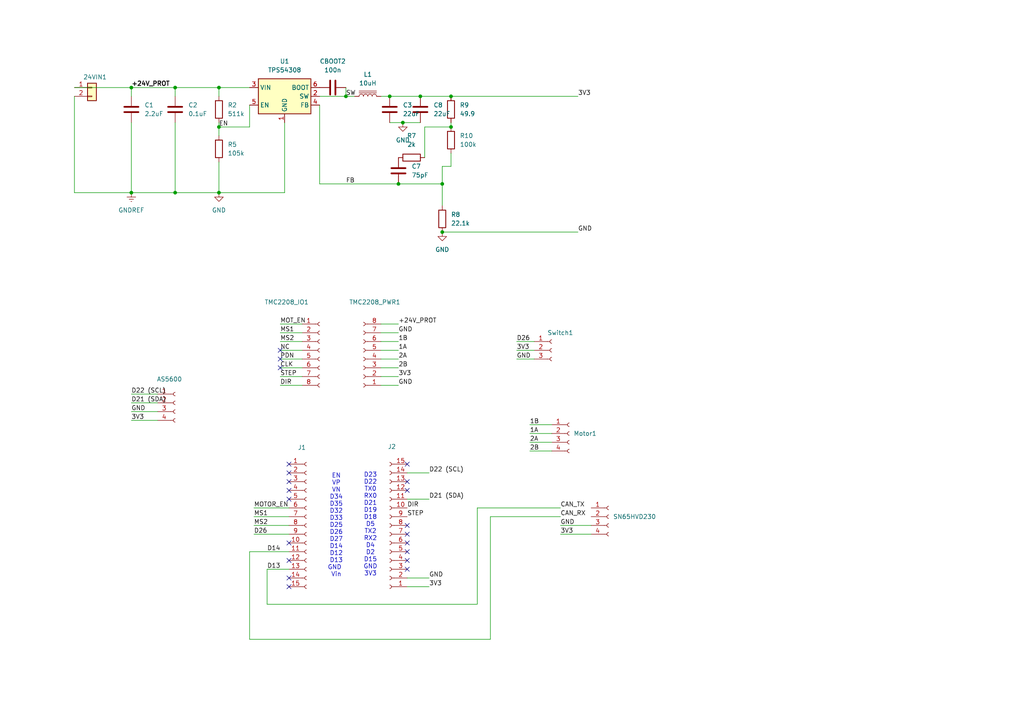
<source format=kicad_sch>
(kicad_sch (version 20250114) (generator "eeschema") (generator_version "9.0")
  (paper "A4")
  (lib_symbols
    (symbol "Connector:Conn_01x03_Socket" (pin_names (offset 1.016) (hide yes))
      (property "Reference" "J" (at 0 5.08 0))
      (property "Value" "Conn_01x03_Socket" (at 0 -5.08 0))
      (symbol "Conn_01x03_Socket_1_1"
        (polyline (pts (xy -1.27 2.54) (xy -0.508 2.54)) (stroke (width 0.1524)))
        (polyline (pts (xy -1.27 0) (xy -0.508 0)) (stroke (width 0.1524)))
        (polyline (pts (xy -1.27 -2.54) (xy -0.508 -2.54)) (stroke (width 0.1524)))
        (arc (start 0 2.032) (mid -0.5058 2.54) (end 0 3.048) (stroke (width 0.1524)))
        (arc (start 0 -0.508) (mid -0.5058 0) (end 0 0.508) (stroke (width 0.1524)))
        (arc (start 0 -3.048) (mid -0.5058 -2.54) (end 0 -2.032) (stroke (width 0.1524)))
        (pin passive line (at -5.08 2.54 0) (length 3.81) (name "Pin_1") (number "1"))
        (pin passive line (at -5.08 0 0) (length 3.81) (name "Pin_2") (number "2"))
        (pin passive line (at -5.08 -2.54 0) (length 3.81) (name "Pin_3") (number "3"))
      )
    )
    (symbol "Connector:Conn_01x04_Socket" (pin_names (offset 1.016) (hide yes))
      (property "Reference" "J" (at 0 5.08 0))
      (property "Value" "Conn_01x04_Socket" (at 0 -7.62 0))
      (symbol "Conn_01x04_Socket_1_1"
        (polyline (pts (xy -1.27 2.54) (xy -0.508 2.54)) (stroke (width 0.1524)))
        (polyline (pts (xy -1.27 0) (xy -0.508 0)) (stroke (width 0.1524)))
        (polyline (pts (xy -1.27 -2.54) (xy -0.508 -2.54)) (stroke (width 0.1524)))
        (polyline (pts (xy -1.27 -5.08) (xy -0.508 -5.08)) (stroke (width 0.1524)))
        (arc (start 0 2.032) (mid -0.5058 2.54) (end 0 3.048) (stroke (width 0.1524)))
        (arc (start 0 -0.508) (mid -0.5058 0) (end 0 0.508) (stroke (width 0.1524)))
        (arc (start 0 -3.048) (mid -0.5058 -2.54) (end 0 -2.032) (stroke (width 0.1524)))
        (arc (start 0 -5.588) (mid -0.5058 -5.08) (end 0 -4.572) (stroke (width 0.1524)))
        (pin passive line (at -5.08 2.54 0) (length 3.81) (name "Pin_1") (number "1"))
        (pin passive line (at -5.08 0 0) (length 3.81) (name "Pin_2") (number "2"))
        (pin passive line (at -5.08 -2.54 0) (length 3.81) (name "Pin_3") (number "3"))
        (pin passive line (at -5.08 -5.08 0) (length 3.81) (name "Pin_4") (number "4"))
      )
    )
    (symbol "Connector:Conn_01x08_Socket" (pin_names (offset 1.016) (hide yes))
      (property "Reference" "J" (at 0 10.16 0))
      (property "Value" "Conn_01x08_Socket" (at 0 -12.7 0))
      (symbol "Conn_01x08_Socket_1_1"
        (polyline (pts (xy -1.27 7.62) (xy -0.508 7.62)) (stroke (width 0.1524)))
        (polyline (pts (xy -1.27 5.08) (xy -0.508 5.08)) (stroke (width 0.1524)))
        (polyline (pts (xy -1.27 2.54) (xy -0.508 2.54)) (stroke (width 0.1524)))
        (polyline (pts (xy -1.27 0) (xy -0.508 0)) (stroke (width 0.1524)))
        (polyline (pts (xy -1.27 -2.54) (xy -0.508 -2.54)) (stroke (width 0.1524)))
        (polyline (pts (xy -1.27 -5.08) (xy -0.508 -5.08)) (stroke (width 0.1524)))
        (polyline (pts (xy -1.27 -7.62) (xy -0.508 -7.62)) (stroke (width 0.1524)))
        (polyline (pts (xy -1.27 -10.16) (xy -0.508 -10.16)) (stroke (width 0.1524)))
        (arc (start 0 7.112) (mid -0.5058 7.62) (end 0 8.128) (stroke (width 0.1524)))
        (arc (start 0 4.572) (mid -0.5058 5.08) (end 0 5.588) (stroke (width 0.1524)))
        (arc (start 0 2.032) (mid -0.5058 2.54) (end 0 3.048) (stroke (width 0.1524)))
        (arc (start 0 -0.508) (mid -0.5058 0) (end 0 0.508) (stroke (width 0.1524)))
        (arc (start 0 -3.048) (mid -0.5058 -2.54) (end 0 -2.032) (stroke (width 0.1524)))
        (arc (start 0 -5.588) (mid -0.5058 -5.08) (end 0 -4.572) (stroke (width 0.1524)))
        (arc (start 0 -8.128) (mid -0.5058 -7.62) (end 0 -7.112) (stroke (width 0.1524)))
        (arc (start 0 -10.668) (mid -0.5058 -10.16) (end 0 -9.652) (stroke (width 0.1524)))
        (pin passive line (at -5.08 7.62 0) (length 3.81) (name "Pin_1") (number "1"))
        (pin passive line (at -5.08 5.08 0) (length 3.81) (name "Pin_2") (number "2"))
        (pin passive line (at -5.08 2.54 0) (length 3.81) (name "Pin_3") (number "3"))
        (pin passive line (at -5.08 0 0) (length 3.81) (name "Pin_4") (number "4"))
        (pin passive line (at -5.08 -2.54 0) (length 3.81) (name "Pin_5") (number "5"))
        (pin passive line (at -5.08 -5.08 0) (length 3.81) (name "Pin_6") (number "6"))
        (pin passive line (at -5.08 -7.62 0) (length 3.81) (name "Pin_7") (number "7"))
        (pin passive line (at -5.08 -10.16 0) (length 3.81) (name "Pin_8") (number "8"))
      )
    )
    (symbol "Connector:Conn_01x15_Socket" (pin_names (offset 1.016) (hide yes))
      (property "Reference" "J" (at 0 20.32 0))
      (property "Value" "Conn_01x15_Socket" (at 0 -20.32 0))
      (symbol "Conn_01x15_Socket_1_1"
        (polyline (pts (xy -1.27 17.78) (xy -0.508 17.78)) (stroke (width 0.1524)))
        (polyline (pts (xy -1.27 15.24) (xy -0.508 15.24)) (stroke (width 0.1524)))
        (polyline (pts (xy -1.27 12.7) (xy -0.508 12.7)) (stroke (width 0.1524)))
        (polyline (pts (xy -1.27 10.16) (xy -0.508 10.16)) (stroke (width 0.1524)))
        (polyline (pts (xy -1.27 7.62) (xy -0.508 7.62)) (stroke (width 0.1524)))
        (polyline (pts (xy -1.27 5.08) (xy -0.508 5.08)) (stroke (width 0.1524)))
        (polyline (pts (xy -1.27 2.54) (xy -0.508 2.54)) (stroke (width 0.1524)))
        (polyline (pts (xy -1.27 0) (xy -0.508 0)) (stroke (width 0.1524)))
        (polyline (pts (xy -1.27 -2.54) (xy -0.508 -2.54)) (stroke (width 0.1524)))
        (polyline (pts (xy -1.27 -5.08) (xy -0.508 -5.08)) (stroke (width 0.1524)))
        (polyline (pts (xy -1.27 -7.62) (xy -0.508 -7.62)) (stroke (width 0.1524)))
        (polyline (pts (xy -1.27 -10.16) (xy -0.508 -10.16)) (stroke (width 0.1524)))
        (polyline (pts (xy -1.27 -12.7) (xy -0.508 -12.7)) (stroke (width 0.1524)))
        (polyline (pts (xy -1.27 -15.24) (xy -0.508 -15.24)) (stroke (width 0.1524)))
        (polyline (pts (xy -1.27 -17.78) (xy -0.508 -17.78)) (stroke (width 0.1524)))
        (arc (start 0 17.272) (mid -0.5058 17.78) (end 0 18.288) (stroke (width 0.1524)))
        (arc (start 0 14.732) (mid -0.5058 15.24) (end 0 15.748) (stroke (width 0.1524)))
        (arc (start 0 12.192) (mid -0.5058 12.7) (end 0 13.208) (stroke (width 0.1524)))
        (arc (start 0 9.652) (mid -0.5058 10.16) (end 0 10.668) (stroke (width 0.1524)))
        (arc (start 0 7.112) (mid -0.5058 7.62) (end 0 8.128) (stroke (width 0.1524)))
        (arc (start 0 4.572) (mid -0.5058 5.08) (end 0 5.588) (stroke (width 0.1524)))
        (arc (start 0 2.032) (mid -0.5058 2.54) (end 0 3.048) (stroke (width 0.1524)))
        (arc (start 0 -0.508) (mid -0.5058 0) (end 0 0.508) (stroke (width 0.1524)))
        (arc (start 0 -3.048) (mid -0.5058 -2.54) (end 0 -2.032) (stroke (width 0.1524)))
        (arc (start 0 -5.588) (mid -0.5058 -5.08) (end 0 -4.572) (stroke (width 0.1524)))
        (arc (start 0 -8.128) (mid -0.5058 -7.62) (end 0 -7.112) (stroke (width 0.1524)))
        (arc (start 0 -10.668) (mid -0.5058 -10.16) (end 0 -9.652) (stroke (width 0.1524)))
        (arc (start 0 -13.208) (mid -0.5058 -12.7) (end 0 -12.192) (stroke (width 0.1524)))
        (arc (start 0 -15.748) (mid -0.5058 -15.24) (end 0 -14.732) (stroke (width 0.1524)))
        (arc (start 0 -18.288) (mid -0.5058 -17.78) (end 0 -17.272) (stroke (width 0.1524)))
        (pin passive line (at -5.08 17.78 0) (length 3.81) (name "Pin_1") (number "1"))
        (pin passive line (at -5.08 15.24 0) (length 3.81) (name "Pin_2") (number "2"))
        (pin passive line (at -5.08 12.7 0) (length 3.81) (name "Pin_3") (number "3"))
        (pin passive line (at -5.08 10.16 0) (length 3.81) (name "Pin_4") (number "4"))
        (pin passive line (at -5.08 7.62 0) (length 3.81) (name "Pin_5") (number "5"))
        (pin passive line (at -5.08 5.08 0) (length 3.81) (name "Pin_6") (number "6"))
        (pin passive line (at -5.08 2.54 0) (length 3.81) (name "Pin_7") (number "7"))
        (pin passive line (at -5.08 0 0) (length 3.81) (name "Pin_8") (number "8"))
        (pin passive line (at -5.08 -2.54 0) (length 3.81) (name "Pin_9") (number "9"))
        (pin passive line (at -5.08 -5.08 0) (length 3.81) (name "Pin_10") (number "10"))
        (pin passive line (at -5.08 -7.62 0) (length 3.81) (name "Pin_11") (number "11"))
        (pin passive line (at -5.08 -10.16 0) (length 3.81) (name "Pin_12") (number "12"))
        (pin passive line (at -5.08 -12.7 0) (length 3.81) (name "Pin_13") (number "13"))
        (pin passive line (at -5.08 -15.24 0) (length 3.81) (name "Pin_14") (number "14"))
        (pin passive line (at -5.08 -17.78 0) (length 3.81) (name "Pin_15") (number "15"))
      )
    )
    (symbol "Connector_Generic:Conn_01x02" (pin_names (offset 1.016) (hide yes))
      (property "Reference" "J" (at 0 2.54 0))
      (property "Value" "Conn_01x02" (at 0 -5.08 0))
      (symbol "Conn_01x02_1_1"
        (rectangle (start -1.27 1.27) (end 1.27 -3.81) (stroke (width 0.254)) (fill (type background)))
        (rectangle (start -1.27 0.127) (end 0 -0.127) (stroke (width 0.1524)))
        (rectangle (start -1.27 -2.413) (end 0 -2.667) (stroke (width 0.1524)))
        (pin passive line (at -5.08 0 0) (length 3.81) (name "Pin_1") (number "1"))
        (pin passive line (at -5.08 -2.54 0) (length 3.81) (name "Pin_2") (number "2"))
      )
    )
    (symbol "Device:C" (pin_numbers (hide yes)) (pin_names (offset 0.254))
      (property "Reference" "C" (at 0.635 2.54 0))
      (property "Value" "C" (at 0.635 -2.54 0))
      (symbol "C_0_1"
        (polyline (pts (xy -2.032 0.762) (xy 2.032 0.762)) (stroke (width 0.508)))
        (polyline (pts (xy -2.032 -0.762) (xy 2.032 -0.762)) (stroke (width 0.508)))
      )
      (symbol "C_1_1"
        (pin passive line (at 0 3.81 270) (length 2.794) (name "~") (number "1"))
        (pin passive line (at 0 -3.81 90) (length 2.794) (name "~") (number "2"))
      )
    )
    (symbol "Device:L_Iron" (pin_numbers (hide yes)) (pin_names (offset 1.016) (hide yes))
      (property "Reference" "L" (at -1.27 0 90))
      (property "Value" "L_Iron" (at 2.794 0 90))
      (symbol "L_Iron_0_1"
        (arc (start 0 2.54) (mid 0.6323 1.905) (end 0 1.27))
        (arc (start 0 1.27) (mid 0.6323 0.635) (end 0 0))
        (arc (start 0 0) (mid 0.6323 -0.635) (end 0 -1.27))
        (arc (start 0 -1.27) (mid 0.6323 -1.905) (end 0 -2.54))
        (polyline (pts (xy 1.016 2.54) (xy 1.016 -2.54)))
        (polyline (pts (xy 1.524 -2.54) (xy 1.524 2.54)))
      )
      (symbol "L_Iron_1_1"
        (pin passive line (at 0 3.81 270) (length 1.27) (name "1") (number "1"))
        (pin passive line (at 0 -3.81 90) (length 1.27) (name "2") (number "2"))
      )
    )
    (symbol "Device:R" (pin_numbers (hide yes)) (pin_names (offset 0))
      (property "Reference" "R" (at 2.032 0 90))
      (property "Value" "R" (at 0 0 90))
      (symbol "R_0_1"
        (rectangle (start -1.016 -2.54) (end 1.016 2.54) (stroke (width 0.254)))
      )
      (symbol "R_1_1"
        (pin passive line (at 0 3.81 270) (length 1.27) (name "~") (number "1"))
        (pin passive line (at 0 -3.81 90) (length 1.27) (name "~") (number "2"))
      )
    )
    (symbol "Regulator_Switching:TPS54308"
      (property "Reference" "U" (at -7.62 6.35 0))
      (property "Value" "TPS54308" (at 0 6.35 0))
      (symbol "TPS54308_0_1"
        (rectangle (start -7.62 5.08) (end 7.62 -5.08) (stroke (width 0.254)) (fill (type background)))
      )
      (symbol "TPS54308_1_1"
        (pin power_in line (at -10.16 2.54 0) (length 2.54) (name "VIN") (number "3"))
        (pin input line (at -10.16 -2.54 0) (length 2.54) (name "EN") (number "5"))
        (pin power_in line (at 0 -7.62 90) (length 2.54) (name "GND") (number "1"))
        (pin passive line (at 10.16 2.54 180) (length 2.54) (name "BOOT") (number "6"))
        (pin power_out line (at 10.16 0 180) (length 2.54) (name "SW") (number "2"))
        (pin input line (at 10.16 -2.54 180) (length 2.54) (name "FB") (number "4"))
      )
    )
    (symbol "power:GND" (power) (pin_numbers (hide yes)) (pin_names (offset 0) (hide yes))
      (property "Value" "GND" (at 0 -3.81 0))
      (symbol "GND_0_1"
        (polyline (pts (xy 0 0) (xy 0 -1.27) (xy 1.27 -1.27) (xy 0 -2.54) (xy -1.27 -1.27) (xy 0 -1.27)))
      )
      (symbol "GND_1_1"
        (pin power_in line (at 0 0 270) (length 0) (name "~") (number "1"))
      )
    )
    (symbol "power:GNDREF" (power) (pin_numbers (hide yes)) (pin_names (offset 0) (hide yes))
      (property "Value" "GNDREF" (at 0 -3.81 0))
      (symbol "GNDREF_0_1"
        (polyline (pts (xy -0.635 -1.905) (xy 0.635 -1.905)))
        (polyline (pts (xy -0.127 -2.54) (xy 0.127 -2.54)))
        (polyline (pts (xy 0 -1.27) (xy 0 0)))
        (polyline (pts (xy 1.27 -1.27) (xy -1.27 -1.27)))
      )
      (symbol "GNDREF_1_1"
        (pin power_in line (at 0 0 270) (length 0) (name "~") (number "1"))
      )
    )
  )
  (text "EN\nVP\nVN\nD34\nD35\nD32\nD33\nD25\nD26\nD27\nD14\nD12\nD13\nGND \nVin" (at 97.536 152.4 0) (effects (font (size 1.27 1.27))))
  (text "D23\nD22\nTX0\nRX0\nD21\nD19\nD18\nD5\nTX2\nRX2\nD4\nD2\nD15\nGND\n3V3\n" (at 107.442 152.146 0) (effects (font (size 1.27 1.27))))
  (junction (at 115.57 53.34))
  (junction (at 100.33 27.94))
  (junction (at 128.27 53.34))
  (junction (at 63.5 55.88))
  (junction (at 63.5 36.83))
  (junction (at 38.1 25.4))
  (junction (at 130.81 36.83))
  (junction (at 50.8 25.4))
  (junction (at 116.84 35.56))
  (junction (at 50.8 55.88))
  (junction (at 113.03 27.94))
  (junction (at 128.27 67.31))
  (junction (at 130.81 27.94))
  (junction (at 121.92 27.94))
  (junction (at 38.1 55.88))
  (junction (at 63.5 25.4))
  (no_connect (at 83.82 157.48))
  (no_connect (at 118.11 162.56))
  (no_connect (at 83.82 139.7))
  (no_connect (at 118.11 142.24))
  (no_connect (at 83.82 142.24))
  (no_connect (at 118.11 154.94))
  (no_connect (at 81.28 104.14))
  (no_connect (at 83.82 170.18))
  (no_connect (at 81.28 101.6))
  (no_connect (at 81.28 106.68))
  (no_connect (at 118.11 157.48))
  (no_connect (at 118.11 160.02))
  (no_connect (at 83.82 134.62))
  (no_connect (at 118.11 134.62))
  (no_connect (at 83.82 167.64))
  (no_connect (at 83.82 137.16))
  (no_connect (at 118.11 152.4))
  (no_connect (at 83.82 144.78))
  (no_connect (at 118.11 139.7))
  (no_connect (at 118.11 165.1))
  (no_connect (at 83.82 162.56))
  (wire (pts (xy 149.86 99.06) (xy 154.94 99.06)))
  (wire (pts (xy 77.47 175.26) (xy 77.47 165.1)))
  (wire (pts (xy 110.49 106.68) (xy 115.57 106.68)))
  (wire (pts (xy 81.28 99.06) (xy 87.63 99.06)))
  (wire (pts (xy 110.49 99.06) (xy 115.57 99.06)))
  (wire (pts (xy 128.27 48.26) (xy 130.81 48.26)))
  (wire (pts (xy 130.81 36.83) (xy 130.81 35.56)))
  (wire (pts (xy 149.86 101.6) (xy 154.94 101.6)))
  (wire (pts (xy 81.28 96.52) (xy 87.63 96.52)))
  (wire (pts (xy 73.66 147.32) (xy 83.82 147.32)))
  (wire (pts (xy 162.56 154.94) (xy 171.45 154.94)))
  (wire (pts (xy 113.03 27.94) (xy 121.92 27.94)))
  (wire (pts (xy 81.28 101.6) (xy 87.63 101.6)))
  (wire (pts (xy 63.5 25.4) (xy 72.39 25.4)))
  (wire (pts (xy 110.49 109.22) (xy 115.57 109.22)))
  (wire (pts (xy 81.28 111.76) (xy 87.63 111.76)))
  (wire (pts (xy 123.19 36.83) (xy 130.81 36.83)))
  (wire (pts (xy 72.39 185.42) (xy 72.39 160.02)))
  (wire (pts (xy 92.71 53.34) (xy 115.57 53.34)))
  (wire (pts (xy 72.39 36.83) (xy 63.5 36.83)))
  (wire (pts (xy 153.67 125.73) (xy 160.02 125.73)))
  (wire (pts (xy 81.28 109.22) (xy 87.63 109.22)))
  (wire (pts (xy 142.24 149.86) (xy 142.24 185.42)))
  (wire (pts (xy 110.49 93.98) (xy 115.57 93.98)))
  (wire (pts (xy 115.57 53.34) (xy 128.27 53.34)))
  (wire (pts (xy 113.03 35.56) (xy 116.84 35.56)))
  (wire (pts (xy 21.59 27.94) (xy 21.59 55.88)))
  (wire (pts (xy 153.67 130.81) (xy 160.02 130.81)))
  (wire (pts (xy 116.84 35.56) (xy 121.92 35.56)))
  (wire (pts (xy 110.49 101.6) (xy 115.57 101.6)))
  (wire (pts (xy 63.5 25.4) (xy 63.5 27.94)))
  (wire (pts (xy 50.8 25.4) (xy 50.8 27.94)))
  (wire (pts (xy 38.1 116.84) (xy 45.72 116.84)))
  (wire (pts (xy 138.43 147.32) (xy 138.43 175.26)))
  (wire (pts (xy 63.5 36.83) (xy 63.5 39.37)))
  (wire (pts (xy 21.59 25.4) (xy 38.1 25.4)))
  (wire (pts (xy 50.8 25.4) (xy 63.5 25.4)))
  (wire (pts (xy 153.67 123.19) (xy 160.02 123.19)))
  (wire (pts (xy 21.59 55.88) (xy 38.1 55.88)))
  (wire (pts (xy 73.66 154.94) (xy 83.82 154.94)))
  (wire (pts (xy 100.33 25.4) (xy 100.33 27.94)))
  (wire (pts (xy 130.81 48.26) (xy 130.81 44.45)))
  (wire (pts (xy 72.39 160.02) (xy 83.82 160.02)))
  (wire (pts (xy 100.33 27.94) (xy 102.87 27.94)))
  (wire (pts (xy 138.43 175.26) (xy 77.47 175.26)))
  (wire (pts (xy 38.1 119.38) (xy 45.72 119.38)))
  (wire (pts (xy 38.1 114.3) (xy 45.72 114.3)))
  (wire (pts (xy 63.5 46.99) (xy 63.5 55.88)))
  (wire (pts (xy 142.24 185.42) (xy 72.39 185.42)))
  (wire (pts (xy 38.1 25.4) (xy 38.1 27.94)))
  (wire (pts (xy 38.1 55.88) (xy 50.8 55.88)))
  (wire (pts (xy 73.66 149.86) (xy 83.82 149.86)))
  (wire (pts (xy 81.28 106.68) (xy 87.63 106.68)))
  (wire (pts (xy 50.8 55.88) (xy 63.5 55.88)))
  (wire (pts (xy 162.56 149.86) (xy 142.24 149.86)))
  (wire (pts (xy 38.1 35.56) (xy 38.1 55.88)))
  (wire (pts (xy 82.55 55.88) (xy 82.55 35.56)))
  (wire (pts (xy 110.49 27.94) (xy 113.03 27.94)))
  (wire (pts (xy 118.11 170.18) (xy 124.46 170.18)))
  (wire (pts (xy 153.67 128.27) (xy 160.02 128.27)))
  (wire (pts (xy 123.19 45.72) (xy 123.19 36.83)))
  (wire (pts (xy 50.8 35.56) (xy 50.8 55.88)))
  (wire (pts (xy 128.27 53.34) (xy 128.27 59.69)))
  (wire (pts (xy 63.5 55.88) (xy 82.55 55.88)))
  (wire (pts (xy 38.1 25.4) (xy 50.8 25.4)))
  (wire (pts (xy 118.11 137.16) (xy 124.46 137.16)))
  (wire (pts (xy 118.11 144.78) (xy 124.46 144.78)))
  (wire (pts (xy 73.66 152.4) (xy 83.82 152.4)))
  (wire (pts (xy 130.81 27.94) (xy 167.64 27.94)))
  (wire (pts (xy 118.11 167.64) (xy 124.46 167.64)))
  (wire (pts (xy 63.5 35.56) (xy 63.5 36.83)))
  (wire (pts (xy 81.28 104.14) (xy 87.63 104.14)))
  (wire (pts (xy 167.64 67.31) (xy 128.27 67.31)))
  (wire (pts (xy 162.56 147.32) (xy 138.43 147.32)))
  (wire (pts (xy 128.27 48.26) (xy 128.27 53.34)))
  (wire (pts (xy 110.49 104.14) (xy 115.57 104.14)))
  (wire (pts (xy 149.86 104.14) (xy 154.94 104.14)))
  (wire (pts (xy 72.39 30.48) (xy 72.39 36.83)))
  (wire (pts (xy 110.49 96.52) (xy 115.57 96.52)))
  (wire (pts (xy 110.49 111.76) (xy 115.57 111.76)))
  (wire (pts (xy 92.71 30.48) (xy 92.71 53.34)))
  (wire (pts (xy 77.47 165.1) (xy 83.82 165.1)))
  (wire (pts (xy 81.28 93.98) (xy 87.63 93.98)))
  (wire (pts (xy 92.71 27.94) (xy 100.33 27.94)))
  (wire (pts (xy 162.56 152.4) (xy 171.45 152.4)))
  (wire (pts (xy 38.1 121.92) (xy 45.72 121.92)))
  (wire (pts (xy 121.92 27.94) (xy 130.81 27.94)))
  (label "CAN_TX" (at 162.56 147.32 0))
  (label "DIR" (at 81.28 111.76 0))
  (label "MS1" (at 73.66 149.86 0))
  (label "CLK" (at 81.28 106.68 0))
  (label "1B" (at 153.67 123.19 0))
  (label "SW" (at 100.33 27.94 0))
  (label "D26" (at 73.66 154.94 0))
  (label "MS1" (at 81.28 96.52 0))
  (label "GND" (at 38.1 119.38 0))
  (label "GND" (at 115.57 96.52 0))
  (label "DIR" (at 118.11 147.32 0))
  (label "1B" (at 115.57 99.06 0))
  (label "D21 (SDA)" (at 38.1 116.84 0))
  (label "3V3" (at 124.46 170.18 0))
  (label "D14" (at 77.47 160.02 0))
  (label "2B" (at 115.57 106.68 0))
  (label "GND" (at 167.64 67.31 0))
  (label "D21 (SDA)" (at 124.46 144.78 0))
  (label "3V3" (at 162.56 154.94 0))
  (label "D26" (at 149.86 99.06 0))
  (label "EN" (at 63.5 36.83 0))
  (label "STEP" (at 81.28 109.22 0))
  (label "GND" (at 115.57 111.76 0))
  (label "+24V_PROT" (at 38.1 25.4 0) (effects (font (thickness 0.254) (bold yes))))
  (label "NC" (at 81.28 101.6 0))
  (label "PDN" (at 81.28 104.14 0))
  (label "STEP" (at 118.11 149.86 0))
  (label "3V3" (at 167.64 27.94 0))
  (label "2A" (at 115.57 104.14 0))
  (label "3V3" (at 38.1 121.92 0))
  (label "3V3" (at 149.86 101.6 0))
  (label "MS2" (at 81.28 99.06 0))
  (label "MS2" (at 73.66 152.4 0))
  (label "D22 (SCL)" (at 38.1 114.3 0))
  (label "+24V_PROT" (at 115.57 93.98 0))
  (label "1A" (at 115.57 101.6 0))
  (label "GND" (at 149.86 104.14 0))
  (label "CAN_RX" (at 162.56 149.86 0))
  (label "2A" (at 153.67 128.27 0))
  (label "D13" (at 77.47 165.1 0))
  (label "2B" (at 153.67 130.81 0))
  (label "GND" (at 124.46 167.64 0))
  (label "MOT_EN" (at 81.28 93.98 0))
  (label "1A" (at 153.67 125.73 0))
  (label "D22 (SCL)" (at 124.46 137.16 0))
  (label "GND" (at 162.56 152.4 0))
  (label "MOTOR_EN" (at 73.66 147.32 0))
  (label "3V3" (at 115.57 109.22 0))
  (label "FB" (at 100.33 53.34 0))
  (symbol (lib_id "Device:R") (at 63.5 31.75 0) (unit 1)
    (property "Reference" "R2" (at 66.04 30.4799 0) (effects (justify left)))
    (property "Value" "511k" (at 66.04 33.0199 0) (effects (justify left)))
    (property "Footprint" "Resistor_SMD:R_0603_1608Metric" (effects (hide yes)))
    (property "Description" "Resistor" (effects (hide yes)))
    (property "JLCPCB Part Number" "C861454" (effects (hide yes)))
  )
  (symbol (lib_id "power:GND") (at 63.5 55.88 0) (unit 1)
    (property "Reference" "#PWR03" (effects (hide yes)))
    (property "Value" "GND" (at 63.5 60.96 0))
    (property "Description" "Power symbol creates a global label with name \"GND\" , ground" (effects (hide yes)))
  )
  (symbol (lib_id "Connector:Conn_01x08_Socket") (at 105.41 104.14 180) (unit 1)
    (property "Reference" "TMC2208_PWR1" (at 108.712 87.63 0))
    (property "Value" "Conn_01x08_Socket" (effects (hide yes)))
    (property "Footprint" "Connector_PinSocket_2.54mm:PinSocket_1x08_P2.54mm_Vertical" (effects (hide yes)))
    (property "Description" "Generic connector, single row, 01x08, script generated" (effects (hide yes)))
    (property "JLCPCB Part Number" "C27438" (effects (hide yes)))
  )
  (symbol (lib_id "Connector_Generic:Conn_01x02") (at 26.67 25.4 0) (unit 1)
    (property "Reference" "24VIN1" (at 24.13 22.352 0) (effects (justify left)))
    (property "Value" "Conn_01x02" (effects (hide yes)))
    (property "Footprint" "TerminalBlock_Phoenix:TerminalBlock_Phoenix_MKDS-1,5-2_1x02_P5.00mm_Horizontal" (effects (hide yes)))
    (property "Description" "Generic connector, single row, 01x02, script generated (kicad-library-utils/schlib/autogen/connector/)" (effects (hide yes)))
    (property "JLCPCB Part Number" "C8465" (effects (hide yes)))
  )
  (symbol (lib_id "Device:C") (at 38.1 31.75 0) (unit 1)
    (property "Reference" "C1" (at 41.91 30.4799 0) (effects (justify left)))
    (property "Value" "2.2uF" (at 41.91 33.0199 0) (effects (justify left)))
    (property "Footprint" "Capacitor_SMD:C_1210_3225Metric" (effects (hide yes)))
    (property "Description" "Unpolarized capacitor" (effects (hide yes)))
    (property "JLCPCB Part Number" "C55151" (effects (hide yes)))
  )
  (symbol (lib_id "Device:R") (at 119.38 45.72 270) (unit 1)
    (property "Reference" "R7" (at 119.38 39.37 90))
    (property "Value" "2k" (at 119.38 41.91 90))
    (property "Footprint" "Resistor_SMD:R_0603_1608Metric" (effects (hide yes)))
    (property "Description" "Resistor" (effects (hide yes)))
    (property "JLCPCB Part Number" "C22975" (effects (hide yes)))
  )
  (symbol (lib_id "Device:C") (at 121.92 31.75 0) (unit 1)
    (property "Reference" "C8" (at 125.73 30.4799 0) (effects (justify left)))
    (property "Value" "22uF" (at 125.73 33.0199 0) (effects (justify left)))
    (property "Footprint" "Capacitor_SMD:C_1210_3225Metric" (effects (hide yes)))
    (property "Description" "Unpolarized capacitor" (effects (hide yes)))
    (property "JLCPCB Part Number" "C309062" (effects (hide yes)))
  )
  (symbol (lib_id "Device:C") (at 50.8 31.75 0) (unit 1)
    (property "Reference" "C2" (at 54.61 30.4799 0) (effects (justify left)))
    (property "Value" "0.1uF" (at 54.61 33.0199 0) (effects (justify left)))
    (property "Footprint" "Capacitor_SMD:C_1210_3225Metric" (effects (hide yes)))
    (property "Description" "Unpolarized capacitor" (effects (hide yes)))
    (property "JLCPCB Part Number" "C527381" (effects (hide yes)))
  )
  (symbol (lib_id "Device:R") (at 63.5 43.18 0) (unit 1)
    (property "Reference" "R5" (at 66.04 41.9099 0) (effects (justify left)))
    (property "Value" "105k" (at 66.04 44.4499 0) (effects (justify left)))
    (property "Footprint" "Resistor_SMD:R_0603_1608Metric" (effects (hide yes)))
    (property "Description" "Resistor" (effects (hide yes)))
    (property "JLCPCB Part Number" "C861072" (effects (hide yes)))
  )
  (symbol (lib_id "Connector:Conn_01x03_Socket") (at 160.02 101.6 0) (unit 1)
    (property "Reference" "Switch1" (at 158.75 96.52 0) (effects (justify left)))
    (property "Value" "Conn_01x03_Socket" (effects (hide yes)))
    (property "Footprint" "Connector_PinSocket_2.54mm:PinSocket_1x03_P2.54mm_Horizontal" (effects (hide yes)))
    (property "Description" "Generic connector, single row, 01x03, script generated" (effects (hide yes)))
    (property "JLCPCB Part Number" "C22373927" (effects (hide yes)))
  )
  (symbol (lib_id "Device:R") (at 130.81 31.75 0) (unit 1)
    (property "Reference" "R9" (at 133.35 30.4799 0) (effects (justify left)))
    (property "Value" "49.9" (at 133.35 33.0199 0) (effects (justify left)))
    (property "Footprint" "Resistor_SMD:R_0603_1608Metric" (effects (hide yes)))
    (property "Description" "Resistor" (effects (hide yes)))
    (property "JLCPCB Part Number" "C23185" (effects (hide yes)))
  )
  (symbol (lib_id "Device:C") (at 115.57 49.53 0) (unit 1)
    (property "Reference" "C7" (at 119.38 48.2599 0) (effects (justify left)))
    (property "Value" "75pF" (at 119.38 50.7999 0) (effects (justify left)))
    (property "Footprint" "Capacitor_SMD:C_0603_1608Metric" (effects (hide yes)))
    (property "Description" "Unpolarized capacitor" (effects (hide yes)))
    (property "JLCPCB Part Number" "C282074" (effects (hide yes)))
  )
  (symbol (lib_id "Connector:Conn_01x15_Socket") (at 88.9 152.4 0) (unit 1)
    (property "Reference" "J1" (at 86.36 129.794 0) (effects (justify left)))
    (property "Value" "Conn_01x15_Socket" (effects (hide yes)))
    (property "Footprint" "Connector_PinSocket_2.54mm:PinSocket_1x15_P2.54mm_Vertical" (effects (hide yes)))
    (property "Description" "Generic connector, single row, 01x15, script generated" (effects (hide yes)))
    (property "JLCPCB Part Number" "C41417327" (effects (hide yes)))
  )
  (symbol (lib_id "Device:R") (at 128.27 63.5 0) (unit 1)
    (property "Reference" "R8" (at 130.81 62.2299 0) (effects (justify left)))
    (property "Value" "22.1k" (at 130.81 64.7699 0) (effects (justify left)))
    (property "Footprint" "Resistor_SMD:R_0603_1608Metric" (effects (hide yes)))
    (property "Description" "Resistor" (effects (hide yes)))
    (property "JLCPCB Part Number" "C25961" (effects (hide yes)))
  )
  (symbol (lib_id "Connector:Conn_01x04_Socket") (at 176.53 149.86 0) (unit 1)
    (property "Reference" "SN65HVD230" (at 177.8 149.8599 0) (effects (justify left)))
    (property "Value" "Conn_01x04_Socket" (effects (hide yes)))
    (property "Footprint" "Connector_PinSocket_2.54mm:PinSocket_1x04_P2.54mm_Horizontal" (effects (hide yes)))
    (property "Description" "Generic connector, single row, 01x04, script generated" (effects (hide yes)))
    (property "JLCPCB Part Number" "C22373928" (effects (hide yes)))
  )
  (symbol (lib_id "Device:C") (at 96.52 25.4 90) (unit 1)
    (property "Reference" "CBOOT2" (at 96.52 17.78 90))
    (property "Value" "100n" (at 96.52 20.32 90))
    (property "Footprint" "Capacitor_SMD:C_0805_2012Metric" (effects (hide yes)))
    (property "Description" "Unpolarized capacitor" (effects (hide yes)))
    (property "JLCPCB Part Number" "C49678" (effects (hide yes)))
  )
  (symbol (lib_id "power:GNDREF") (at 38.1 55.88 0) (unit 1)
    (property "Reference" "#PWR06" (effects (hide yes)))
    (property "Value" "GNDREF" (at 38.1 60.96 0))
    (property "Description" "Power symbol creates a global label with name \"GNDREF\" , reference supply ground" (effects (hide yes)))
  )
  (symbol (lib_id "Connector:Conn_01x15_Socket") (at 113.03 152.4 180) (unit 1)
    (property "Reference" "J2" (at 113.665 129.54 0))
    (property "Value" "Conn_01x15_Socket" (effects (hide yes)))
    (property "Footprint" "Connector_PinSocket_2.54mm:PinSocket_1x15_P2.54mm_Vertical" (effects (hide yes)))
    (property "Description" "Generic connector, single row, 01x15, script generated" (effects (hide yes)))
    (property "JLCPCB Part Number" "C41417327" (effects (hide yes)))
  )
  (symbol (lib_id "Connector:Conn_01x04_Socket") (at 165.1 125.73 0) (unit 1)
    (property "Reference" "Motor1" (at 166.37 125.7299 0) (effects (justify left)))
    (property "Value" "Conn_01x04_Socket" (effects (hide yes)))
    (property "Footprint" "Connector_PinSocket_2.54mm:PinSocket_1x04_P2.54mm_Horizontal" (effects (hide yes)))
    (property "Description" "Generic connector, single row, 01x04, script generated" (effects (hide yes)))
    (property "JLCPCB Part Number" "C22373928" (effects (hide yes)))
  )
  (symbol (lib_id "power:GND") (at 116.84 35.56 0) (unit 1)
    (property "Reference" "#PWR04" (effects (hide yes)))
    (property "Value" "GND" (at 116.84 40.64 0))
    (property "Description" "Power symbol creates a global label with name \"GND\" , ground" (effects (hide yes)))
  )
  (symbol (lib_id "Device:C") (at 113.03 31.75 0) (unit 1)
    (property "Reference" "C3" (at 116.84 30.4799 0) (effects (justify left)))
    (property "Value" "22uF" (at 116.84 33.0199 0) (effects (justify left)))
    (property "Footprint" "Capacitor_SMD:C_1210_3225Metric" (effects (hide yes)))
    (property "Description" "Unpolarized capacitor" (effects (hide yes)))
    (property "JLCPCB Part Number" "C309062" (effects (hide yes)))
  )
  (symbol (lib_id "power:GND") (at 128.27 67.31 0) (unit 1)
    (property "Reference" "#PWR05" (effects (hide yes)))
    (property "Value" "GND" (at 128.27 72.39 0))
    (property "Description" "Power symbol creates a global label with name \"GND\" , ground" (effects (hide yes)))
  )
  (symbol (lib_id "Connector:Conn_01x08_Socket") (at 92.71 101.6 0) (unit 1)
    (property "Reference" "TMC2208_IO1" (at 76.708 87.63 0) (effects (justify left)))
    (property "Value" "Conn_01x08_Socket" (effects (hide yes)))
    (property "Footprint" "Connector_PinSocket_2.54mm:PinSocket_1x08_P2.54mm_Vertical" (effects (hide yes)))
    (property "Description" "Generic connector, single row, 01x08, script generated" (effects (hide yes)))
    (property "JLCPCB Part Number" "C27438" (effects (hide yes)))
  )
  (symbol (lib_id "Regulator_Switching:TPS54308") (at 82.55 27.94 0) (unit 1)
    (property "Reference" "U1" (at 82.55 17.78 0))
    (property "Value" "TPS54308" (at 82.55 20.32 0))
    (property "Footprint" "Package_TO_SOT_SMD:SOT-23-6" (effects (hide yes)))
    (property "Datasheet" "http://www.ti.com/lit/ds/symlink/tps54308.pdf" (effects (hide yes)))
    (property "Description" "3A, 4.5 to 28V Input, EMI Friendly integrated switch synchronous step-down regulator, continuous-conduction, SOT-23-6" (effects (hide yes)))
    (property "JLCPCB Part Number" "C168839" (effects (hide yes)))
  )
  (symbol (lib_id "Device:L_Iron") (at 106.68 27.94 90) (unit 1)
    (property "Reference" "L1" (at 106.68 21.59 90))
    (property "Value" "10uH" (at 106.68 24.13 90))
    (property "Footprint" "Inductor_SMD:L_10.4x10.4_H4.8" (effects (hide yes)))
    (property "Description" "Inductor with iron core" (effects (hide yes)))
    (property "JLCPCB Part Number" "C9185" (effects (hide yes)))
  )
  (symbol (lib_id "Device:R") (at 130.81 40.64 0) (unit 1)
    (property "Reference" "R10" (at 133.35 39.3699 0) (effects (justify left)))
    (property "Value" "100k" (at 133.35 41.9099 0) (effects (justify left)))
    (property "Footprint" "Resistor_SMD:R_0603_1608Metric" (effects (hide yes)))
    (property "Description" "Resistor" (effects (hide yes)))
    (property "JLCPCB Part Number" "C14675" (effects (hide yes)))
  )
  (symbol (lib_id "Connector:Conn_01x04_Socket") (at 50.8 116.84 0) (unit 1)
    (property "Reference" "AS5600" (at 45.466 109.982 0) (effects (justify left)))
    (property "Value" "Conn_01x04_Socket" (effects (hide yes)))
    (property "Footprint" "Connector_PinSocket_2.54mm:PinSocket_1x04_P2.54mm_Horizontal" (effects (hide yes)))
    (property "Description" "Generic connector, single row, 01x04, script generated" (effects (hide yes)))
    (property "JLCPCB Part Number" "C22373928" (effects (hide yes)))
  )
)
</source>
